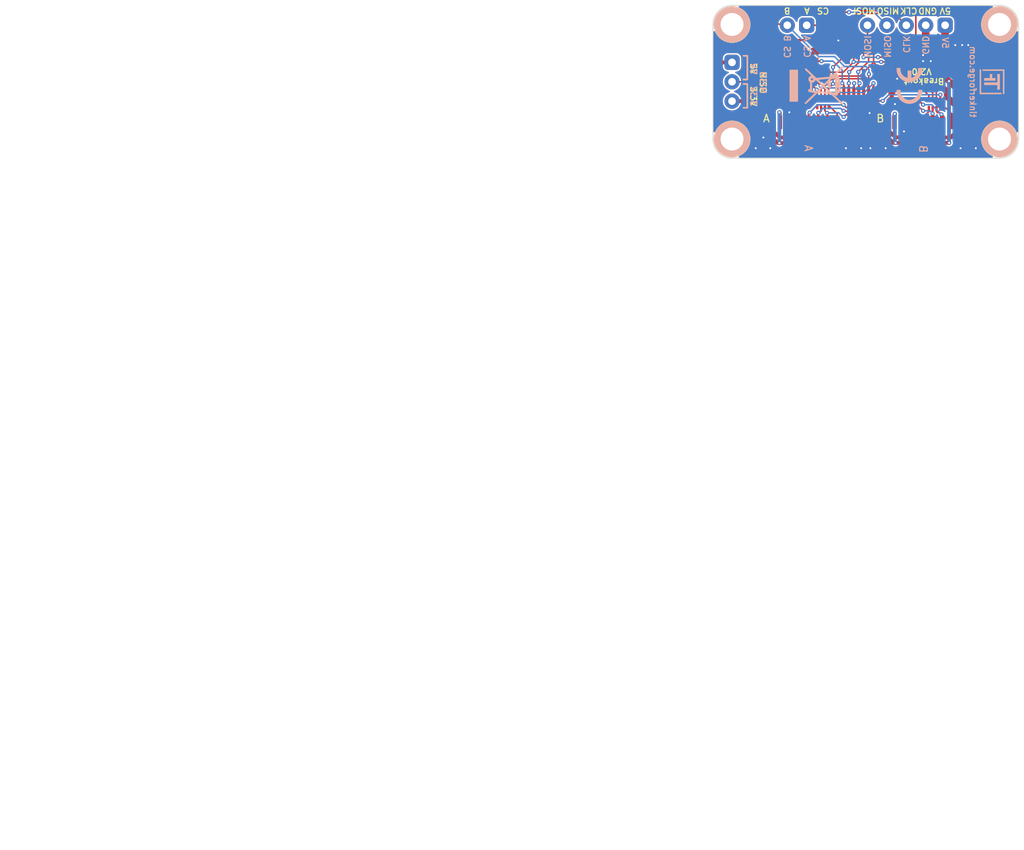
<source format=kicad_pcb>
(kicad_pcb (version 20221018) (generator pcbnew)
  (title_block (title "Breakout Bricklet V2") (date "2020-06-19") (rev "2.0") (company "Tinkerforge GmbH") (comment 1 "Licensed under CERN OHL v.1.1") (comment 2 "Copyright (©) 2020, T.Schneidermann <tim@tinkerforge.com>"))
  (layers (0 "F.Cu" signal) (31 "B.Cu" signal) (34 "B.Paste" user) (35 "F.Paste" user) (36 "B.SilkS" user "B.Silkscreen") (37 "F.SilkS" user "F.Silkscreen") (38 "B.Mask" user) (39 "F.Mask" user) (44 "Edge.Cuts" user))
  (net 0 "")
  (net 1 "+5V")
  (net 2 "GND")
  (net 3 "+3.3VP")
  (net 4 "Net-(CP1-Pad4)")
  (net 5 "Net-(CP1-Pad3)")
  (net 6 "Net-(CP1-Pad2)")
  (net 7 "Net-(CP1-Pad1)")
  (net 8 "Net-(CP2-Pad1)")
  (net 9 "Net-(CP2-Pad2)")
  (net 10 "Net-(CP2-Pad3)")
  (net 11 "Net-(CP2-Pad4)")
  (net 12 "Net-(P1-Pad7)")
  (net 13 "CLK")
  (net 14 "MOSI")
  (net 15 "MISO")
  (net 16 "Net-(P4-Pad2)")
  (net 17 "Net-(P5-Pad7)")
  (net 18 "Net-(Q1-PadS)")
  (net 19 "Net-(RP1-Pad4)")
  (net 20 "Net-(RP1-Pad3)")
  (net 21 "Net-(RP1-Pad2)")
  (net 22 "Net-(RP1-Pad1)")
  (net 23 "Net-(RP2-Pad1)")
  (net 24 "Net-(RP2-Pad2)")
  (net 25 "Net-(RP2-Pad3)")
  (net 26 "Net-(RP2-Pad4)")
  (net 27 "CS_A")
  (net 28 "CS_B")
  (net 29 "Net-(R5-Pad1)")
  (net 30 "Net-(R6-Pad1)")
  (footprint "kicad-libraries:C0805E" (layer "F.Cu") (at 136 89.9 180)
    (fp_text reference "C1")
    (fp_text value "10uF")
  )
  (footprint "kicad-libraries:C0603F" (layer "F.Cu") (at 135.99 91.6 180)
    (fp_text reference "C2")
    (fp_text value "1uF")
  )
  (footprint "kicad-libraries:C0805E" (layer "F.Cu") (at 140.09 98 180)
    (fp_text reference "C3")
    (fp_text value "10uF")
  )
  (footprint "kicad-libraries:C0603F" (layer "F.Cu") (at 139.99 99.6 180)
    (fp_text reference "C4")
    (fp_text value "1uF")
  )
  (footprint "kicad-libraries:4X0402" (layer "F.Cu") (at 125.19 99 -90)
    (fp_text reference "CP1")
    (fp_text value "220pF")
  )
  (footprint "kicad-libraries:4X0402" (layer "F.Cu") (at 132.49 97.9 90)
    (fp_text reference "CP2")
    (fp_text value "220pF")
  )
  (footprint "kicad-libraries:CON-SENSOR2" (layer "F.Cu") (at 119.19 104.8)
    (fp_text reference "P1")
    (fp_text value "Port A")
  )
  (footprint "kicad-libraries:CON-SENSOR2" (layer "F.Cu") (at 134.19 104.8)
    (fp_text reference "P5")
    (fp_text value "Port B")
  )
  (footprint "kicad-libraries:SOT23GDS" (layer "F.Cu") (at 114.74 91.55 -90)
    (fp_text reference "Q1")
    (fp_text value "2N7002")
  )
  (footprint "kicad-libraries:R0603F" (layer "F.Cu") (at 112.3 90.8 90)
    (fp_text reference "R1")
    (fp_text value "10k")
  )
  (footprint "kicad-libraries:R0603F" (layer "F.Cu") (at 117.14 91.55 90)
    (fp_text reference "R2")
    (fp_text value "10k")
  )
  (footprint "kicad-libraries:4X0402" (layer "F.Cu") (at 121.09 97.6 180)
    (fp_text reference "RP1")
    (fp_text value "82")
  )
  (footprint "kicad-libraries:DRILL_NP" (layer "F.Cu") (at 144.19 102.4)
    (fp_text reference "U3" hide)
    (fp_text value "DRILL" hide)
  )
  (footprint "kicad-libraries:DRILL_NP" (layer "F.Cu") (at 144.19 87.4)
    (fp_text reference "U4" hide)
    (fp_text value "DRILL" hide)
  )
  (footprint "kicad-libraries:DRILL_NP" (layer "F.Cu") (at 109.19 102.4)
    (fp_text reference "U5" hide)
    (fp_text value "DRILL" hide)
  )
  (footprint "kicad-libraries:DRILL_NP" (layer "F.Cu") (at 109.19 87.4)
    (fp_text reference "U6" hide)
    (fp_text value "DRILL" hide)
  )
  (footprint "kicad-libraries:4X0402" (layer "F.Cu") (at 135.69 97.8 180)
    (fp_text reference "RP2")
    (fp_text value "82")
  )
  (footprint "kicad-libraries:TSSOP20" (layer "F.Cu") (at 126.09 93.2 180)
    (fp_text reference "U2")
    (fp_text value "74AHC244")
  )
  (footprint "kicad-libraries:C0603F" (layer "F.Cu") (at 130.1 95.3 90)
    (fp_text reference "C5")
    (fp_text value "100nF")
  )
  (footprint "kicad-libraries:pin_array_1x5-P2mm_D1mm" (layer "F.Cu") (at 131.99 87.5 180)
    (fp_text reference "P2")
    (fp_text value "CONN_01X05")
  )
  (footprint "kicad-libraries:pin_array_1x3-P2mm_D1mm" (layer "F.Cu") (at 109.19 94.9 -90)
    (fp_text reference "P4")
    (fp_text value "CONN_01X03")
  )
  (footprint "kicad-libraries:R0603F" (layer "F.Cu") (at 114.1 88.2 90)
    (fp_text reference "R3")
    (fp_text value "10k")
  )
  (footprint "kicad-libraries:R0603F" (layer "F.Cu") (at 119.3 92.2 180)
    (fp_text reference "R5")
    (fp_text value "100")
  )
  (footprint "kicad-libraries:R0603F" (layer "F.Cu") (at 119.3 90.9 180)
    (fp_text reference "R6")
    (fp_text value "100")
  )
  (footprint "kicad-libraries:4X0402" (layer "F.Cu") (at 118.9 94.4 -90)
    (fp_text reference "RP3")
    (fp_text value "100k")
  )
  (footprint "kicad-libraries:SOT-223" (layer "F.Cu") (at 142.4 93.7 -90)
    (fp_text reference "U1")
    (fp_text value "LD1117")
  )
  (footprint "kicad-libraries:R0603F" (layer "F.Cu") (at 121.2 88.3 90)
    (fp_text reference "R4")
    (fp_text value "10k")
  )
  (footprint "kicad-libraries:pin_array_1x2-P2mm_D1mm" (layer "F.Cu") (at 117.69 87.5 180)
    (fp_text reference "P3")
    (fp_text value "CONN_01X02")
  )
  (footprint "kicad-libraries:Logo_31x31" (layer "B.Cu") (at 143.2 94.9 90)
    (fp_text reference "G***" hide)
    (fp_text value "LOGO" hide)
  )
  (footprint "kicad-libraries:CE_5mm" (layer "B.Cu") (at 132.4 95.4 90)
    (fp_text reference "VAL" hide)
    (fp_text value "CE_5mm" hide)
  )
  (footprint "kicad-libraries:WEEE_7mm" (layer "B.Cu") (at 120.29 95.4 90)
    (fp_text reference "VAL" hide)
    (fp_text value "WEEE_7mm" hide)
  )
  (gr_line (start 111.19 94.6) (end 110.69 94.6) (stroke (width 0.2)) (layer "B.SilkS"))
  (gr_line (start 111.19 95.2) (end 111.19 98.3) (stroke (width 0.2)) (layer "B.SilkS"))
  (gr_line (start 111.19 91.5) (end 111.19 94.5) (stroke (width 0.2)) (layer "B.SilkS"))
  (gr_line (start 111.19 95.2) (end 110.69 95.2) (stroke (width 0.2)) (layer "B.SilkS"))
  (gr_line (start 111.19 98.3) (end 110.69 98.3) (stroke (width 0.2)) (layer "B.SilkS"))
  (gr_line (start 111.19 91.5) (end 110.69 91.5) (stroke (width 0.2)) (layer "B.SilkS"))
  (gr_line (start 111.19 91.5) (end 111.19 94.5) (stroke (width 0.2)) (layer "F.SilkS"))
  (gr_line (start 111.19 98.3) (end 110.69 98.3) (stroke (width 0.2)) (layer "F.SilkS"))
  (gr_line (start 111.19 95.2) (end 110.69 95.2) (stroke (width 0.2)) (layer "F.SilkS"))
  (gr_line (start 111.19 91.5) (end 110.69 91.5) (stroke (width 0.2)) (layer "F.SilkS"))
  (gr_line (start 111.19 94.6) (end 110.69 94.6) (stroke (width 0.2)) (layer "F.SilkS"))
  (gr_line (start 111.19 95.3) (end 111.19 98.3) (stroke (width 0.2)) (layer "F.SilkS"))
  (gr_line (start 144.19 104.9) (end 109.19 104.9) (stroke (width 0.1)) (layer "Edge.Cuts"))
  (gr_arc (start 144.19 84.9) (mid 145.957767 85.632233) (end 146.69 87.4) (stroke (width 0.1)) (layer "Edge.Cuts"))
  (gr_arc (start 146.69 102.4) (mid 145.957767 104.167767) (end 144.19 104.9) (stroke (width 0.1)) (layer "Edge.Cuts"))
  (gr_line (start 146.69 87.4) (end 146.69 102.4) (stroke (width 0.1)) (layer "Edge.Cuts"))
  (gr_line (start 106.69 102.4) (end 106.69 87.4) (stroke (width 0.1)) (layer "Edge.Cuts"))
  (gr_arc (start 106.69 87.4) (mid 107.422233 85.632233) (end 109.19 84.9) (stroke (width 0.1)) (layer "Edge.Cuts"))
  (gr_arc (start 109.19 104.9) (mid 107.422233 104.167767) (end 106.69 102.4) (stroke (width 0.1)) (layer "Edge.Cuts"))
  (gr_line (start 109.19 84.9) (end 144.19 84.9) (stroke (width 0.1)) (layer "Edge.Cuts"))
  (gr_text "GND" (at 134.5 90.1 270) (layer "B.SilkS") (effects (font (size 0.8 0.8)) (justify mirror)))
  (gr_text "CLK" (at 132 90 270) (layer "B.SilkS") (effects (font (size 0.8 0.8)) (justify mirror)))
  (gr_text "MOSI" (at 126.9 90.3 270) (layer "B.SilkS") (effects (font (size 0.8 0.8)) (justify mirror)))
  (gr_text "MISO" (at 129.5 90.3 270) (layer "B.SilkS") (effects (font (size 0.8 0.8)) (justify mirror)))
  (gr_text "CS A" (at 118.99 90.3 270) (layer "B.SilkS") (effects (font (size 0.8 0.8)) (justify mirror)))
  (gr_text "CS B" (at 116.39 90.3 270) (layer "B.SilkS") (effects (font (size 0.8 0.8)) (justify mirror)))
  (gr_text "A" (at 119.19 103.6 270) (layer "B.SilkS") (effects (font (size 1 1))))
  (gr_text "B" (at 134.19 103.7 270) (layer "B.SilkS") (effects (font (size 1 1)) (justify mirror)))
  (gr_text "5V" (at 112 93.2 270) (layer "B.SilkS") (effects (font (size 0.8 0.8)) (justify mirror)))
  (gr_text "MISO" (at 113.24 95 270) (layer "B.SilkS") (effects (font (size 0.8 0.8)) (justify mirror)))
  (gr_text "3.3V" (at 112 96.8 270) (layer "B.SilkS") (effects (font (size 0.8 0.8)) (justify mirror)))
  (gr_text "tinkerforge.com" (at 140.7 94.9 270) (layer "B.SilkS") (effects (font (size 0.8 0.8)) (justify mirror)))
  (gr_text "5V" (at 137.09 89.8 270) (layer "B.SilkS") (effects (font (size 0.8 0.8)) (justify mirror)))
  (gr_text "B" (at 128.59 99.7) (layer "F.SilkS") (effects (font (size 1 1))))
  (gr_text "5V" (at 111.99 93.2 270) (layer "F.SilkS") (effects (font (size 0.8 0.8))))
  (gr_text "5V" (at 137.09 85.6 180) (layer "F.SilkS") (effects (font (size 0.8 0.8))))
  (gr_text "MOSI" (at 126.5 85.6 180) (layer "F.SilkS") (effects (font (size 0.8 0.8))))
  (gr_text "GND" (at 134.8 85.6 180) (layer "F.SilkS") (effects (font (size 0.8 0.8))))
  (gr_text "3.3V" (at 111.99 96.8 270) (layer "F.SilkS") (effects (font (size 0.8 0.8))))
  (gr_text "CS" (at 121.1 85.6 180) (layer "F.SilkS") (effects (font (size 0.8 0.8))))
  (gr_text "A" (at 119 85.6 180) (layer "F.SilkS") (effects (font (size 0.8 0.8))))
  (gr_text "CLK" (at 132.3 85.6 180) (layer "F.SilkS") (effects (font (size 0.8 0.8))))
  (gr_text "A" (at 113.69 99.7) (layer "F.SilkS") (effects (font (size 1 1))))
  (gr_text "MISO" (at 129.6 85.6 180) (layer "F.SilkS") (effects (font (size 0.8 0.8))))
  (gr_text "B" (at 116.4 85.6 180) (layer "F.SilkS") (effects (font (size 0.8 0.8))))
  (gr_text "Breakout \nV2.0" (at 134 94.2 180) (layer "F.SilkS") (effects (font (size 0.8 0.8))))
  (gr_text "MISO" (at 113.24 95 270) (layer "F.SilkS") (effects (font (size 0.8 0.8))))
  (segment (start 137.581304 94.818696) (end 138.763848 96.00124) (width 0.8) (layer "F.Cu") (net 1))
  (segment (start 123.076169 102.923831) (end 123.999001 102.000999) (width 0.5) (layer "F.Cu") (net 1))
  (segment (start 130.3 102.9) (end 130.59 102.9) (width 0.5) (layer "F.Cu") (net 1))
  (segment (start 123.999001 102.000999) (end 129.400999 102.000999) (width 0.5) (layer "F.Cu") (net 1))
  (segment (start 115.388651 102.923831) (end 123.076169 102.923831) (width 0.5) (layer "F.Cu") (net 1))
  (segment (start 109.19 92.36) (end 107.94 92.36) (width 0.5) (layer "F.Cu") (net 1))
  (segment (start 115.44 98.95) (end 115.39 98.9) (width 0.5) (layer "F.Cu") (net 1))
  (segment (start 107.5 98.205) (end 108.755013 99.460013) (width 0.5) (layer "F.Cu") (net 1))
  (segment (start 136.74 91.6) (end 136.74 93.977392) (width 0.8) (layer "F.Cu") (net 1))
  (segment (start 138.763848 96.00124) (end 139.3012 96.00124) (width 0.8) (layer "F.Cu") (net 1))
  (segment (start 130.44 100.2) (end 130.44 99.15) (width 0.5) (layer "F.Cu") (net 1))
  (segment (start 108.755013 99.460013) (end 111.700046 99.460013) (width 0.5) (layer "F.Cu") (net 1))
  (segment (start 137.6 102.9) (end 130.59 102.9) (width 0.5) (layer "F.Cu") (net 1))
  (segment (start 115.163864 102.923831) (end 115.388651 102.923831) (width 0.5) (layer "F.Cu") (net 1))
  (segment (start 136.74 93.977392) (end 137.581304 94.818696) (width 0.8) (layer "F.Cu") (net 1))
  (segment (start 111.700046 99.460013) (end 115.163864 102.923831) (width 0.5) (layer "F.Cu") (net 1))
  (segment (start 107.5 92.8) (end 107.5 98.205) (width 0.5) (layer "F.Cu") (net 1))
  (segment (start 130.44 99.15) (end 130.49 99.1) (width 0.5) (layer "F.Cu") (net 1))
  (segment (start 136.95 91.39) (end 136.74 91.6) (width 1) (layer "F.Cu") (net 1))
  (segment (start 137.07 87.5) (end 137.07 89.78) (width 1) (layer "F.Cu") (net 1))
  (segment (start 115.44 100.2) (end 115.44 98.95) (width 0.5) (layer "F.Cu") (net 1))
  (segment (start 136.95 89.9) (end 136.95 91.39) (width 1) (layer "F.Cu") (net 1))
  (segment (start 129.400999 102.000999) (end 130.3 102.9) (width 0.5) (layer "F.Cu") (net 1))
  (segment (start 107.94 92.36) (end 107.5 92.8) (width 0.5) (layer "F.Cu") (net 1))
  (segment (start 137.07 89.78) (end 136.95 89.9) (width 1) (layer "F.Cu") (net 1))
  (via (at 115.39 98.9) (size 0.55) (drill 0.25) (layers "F.Cu" "B.Cu") (net 1))
  (via (at 130.59 102.9) (size 0.55) (drill 0.25) (layers "F.Cu" "B.Cu") (net 1))
  (via (at 115.388651 102.923831) (size 0.55) (drill 0.25) (layers "F.Cu" "B.Cu") (net 1))
  (via (at 137.581304 94.818696) (size 0.55) (drill 0.25) (layers "F.Cu" "B.Cu") (net 1))
  (via (at 130.49 99.1) (size 0.55) (drill 0.25) (layers "F.Cu" "B.Cu") (net 1))
  (via (at 137.6 102.9) (size 0.55) (drill 0.25) (layers "F.Cu" "B.Cu") (net 1))
  (segment (start 115.39 98.9) (end 115.39 102.922482) (width 0.5) (layer "B.Cu") (net 1))
  (segment (start 115.39 102.922482) (end 115.388651 102.923831) (width 0.5) (layer "B.Cu") (net 1))
  (segment (start 137.581304 102.881304) (end 137.6 102.9) (width 0.5) (layer "B.Cu") (net 1))
  (segment (start 130.49 102.8) (end 130.59 102.9) (width 0.5) (layer "B.Cu") (net 1))
  (segment (start 130.49 99.1) (end 130.49 102.8) (width 0.5) (layer "B.Cu") (net 1))
  (segment (start 137.581304 94.818696) (end 137.581304 102.881304) (width 0.5) (layer "B.Cu") (net 1))
  (segment (start 130.49 97.9) (end 130.49 97.9) (width 0.2) (layer "F.Cu") (net 2))
  (segment (start 131.33436 98.6493) (end 130.51005 97.82499) (width 0.2) (layer "F.Cu") (net 2))
  (segment (start 126.94108 99.24892) (end 127.19 99) (width 0.2) (layer "F.Cu") (net 2))
  (segment (start 127.19 99) (end 127.19 99.1) (width 0.2) (layer "F.Cu") (net 2))
  (segment (start 139.34 98) (end 139.34 99.5) (width 0.5) (layer "F.Cu") (net 2))
  (segment (start 125.765 99.24892) (end 126.94108 99.24892) (width 0.2) (layer "F.Cu") (net 2))
  (segment (start 126.94108 98.75108) (end 127.19 99) (width 0.2) (layer "F.Cu") (net 2))
  (segment (start 137.3 96.838632) (end 137.3 96.2) (width 0.8) (layer "F.Cu") (net 2))
  (segment (start 128.29 103.6) (end 127.29 103.6) (width 0.5) (layer "F.Cu") (net 2))
  (segment (start 131.915 98.14892) (end 130.83398 98.14892) (width 0.2) (layer "F.Cu") (net 2))
  (segment (start 113.29 103.6) (end 114.19 103.6) (width 0.5) (layer "F.Cu") (net 2))
  (segment (start 130.785049 97.549991) (end 130.51005 97.82499) (width 0.2) (layer "F.Cu") (net 2))
  (segment (start 123.16646 90.35012) (end 123.16646 89.56646) (width 0.3) (layer "F.Cu") (net 2))
  (segment (start 125.09 103.6) (end 126.09 103.6) (width 0.5) (layer "F.Cu") (net 2))
  (segment (start 125.765 98.75108) (end 126.94108 98.75108) (width 0.2) (layer "F.Cu") (net 2))
  (segment (start 130.1 94.55) (end 130.75 94.55) (width 0.5) (layer "F.Cu") (net 2))
  (segment (start 135.19 94.09) (end 135.19 92.2) (width 0.8) (layer "F.Cu") (net 2))
  (segment (start 134.53 89.38) (end 135.05 89.9) (width 1) (layer "F.Cu") (net 2))
  (segment (start 131.69 100.2) (end 131.69 101.4) (width 0.5) (layer "F.Cu") (net 2))
  (segment (start 137.3 96.2) (end 135.19 94.09) (width 0.8) (layer "F.Cu") (net 2))
  (segment (start 131.18434 97.1507) (end 130.785049 97.549991) (width 0.2) (layer "F.Cu") (net 2))
  (segment (start 126.4407 98.2507) (end 127.19 99) (width 0.2) (layer "F.Cu") (net 2))
  (segment (start 131.915 98.6493) (end 131.33436 98.6493) (width 0.2) (layer "F.Cu") (net 2))
  (segment (start 139.34 99.5) (end 139.44 99.6) (width 0.5) (layer "F.Cu") (net 2))
  (segment (start 116.69 100.2) (end 116.69 98.9) (width 0.5) (layer "F.Cu") (net 2))
  (segment (start 140.09 103.6) (end 141.09 103.6) (width 0.5) (layer "F.Cu") (net 2))
  (segment (start 139.14 98) (end 138.461368 98) (width 0.8) (layer "F.Cu") (net 2))
  (segment (start 113.29 103.6) (end 113.29 102.2) (width 0.5) (layer "F.Cu") (net 2))
  (segment (start 123.16646 89.56646) (end 123.1 89.5) (width 0.3) (layer "F.Cu") (net 2))
  (segment (start 138.461368 98) (end 137.3 96.838632) (width 0.8) (layer "F.Cu") (net 2))
  (segment (start 113.29 103.6) (end 112.29 103.6) (width 0.5) (layer "F.Cu") (net 2))
  (segment (start 140.09 103.6) (end 139.09 103.6) (width 0.5) (layer "F.Cu") (net 2))
  (segment (start 130.83398 98.14892) (end 130.51005 97.82499) (width 0.2) (layer "F.Cu") (net 2))
  (segment (start 139.1912 97.8512) (end 139.34 98) (width 0.5) (layer "F.Cu") (net 2))
  (segment (start 125.765 98.2507) (end 126.4407 98.2507) (width 0.2) (layer "F.Cu") (net 2))
  (segment (start 128.29 103.6) (end 129.29 103.6) (width 0.5) (layer "F.Cu") (net 2))
  (segment (start 126.5407 99.7493) (end 125.765 99.7493) (width 0.2) (layer "F.Cu") (net 2))
  (segment (start 135.05 89.9) (end 135.05 91.41) (width 1) (layer "F.Cu") (net 2))
  (segment (start 127.19 99.1) (end 126.5407 99.7493) (width 0.2) (layer "F.Cu") (net 2))
  (segment (start 131.915 97.65108) (end 130.68396 97.65108) (width 0.2) (layer "F.Cu") (net 2))
  (segment (start 135.05 91.41) (end 135.24 91.6) (width 1) (layer "F.Cu") (net 2))
  (segment (start 134.53 87.5) (end 134.53 89.38) (width 1) (layer "F.Cu") (net 2))
  (segment (start 130.75 94.55) (end 130.8 94.5) (width 0.5) (layer "F.Cu") (net 2))
  (segment (start 125.09 103.6) (end 124.09 103.6) (width 0.5) (layer "F.Cu") (net 2))
  (segment (start 130.68396 97.65108) (end 130.51005 97.82499) (width 0.2) (layer "F.Cu") (net 2))
  (segment (start 131.915 97.1507) (end 131.18434 97.1507) (width 0.2) (layer "F.Cu") (net 2))
  (via (at 127.29 103.6) (size 0.55) (drill 0.25) (layers "F.Cu" "B.Cu") (net 2))
  (via (at 130.8 94.5) (size 0.55) (drill 0.25) (layers "F.Cu" "B.Cu") (net 2))
  (via (at 134.19 91.4) (size 0.55) (drill 0.25) (layers "F.Cu" "B.Cu") (net 2))
  (via (at 139.3 90.1) (size 0.55) (drill 0.25) (layers "F.Cu" "B.Cu") (net 2))
  (via (at 130.51005 97.82499) (size 0.55) (drill 0.25) (layers "F.Cu" "B.Cu") (net 2))
  (via (at 129.29 103.6) (size 0.55) (drill 0.25) (layers "F.Cu" "B.Cu") (net 2))
  (via (at 127.19 99) (size 0.55) (drill 0.25) (layers "F.Cu" "B.Cu") (net 2))
  (via (at 123.1 89.5) (size 0.55) (drill 0.25) (layers "F.Cu" "B.Cu") (net 2))
  (via (at 138.4 90.1) (size 0.55) (drill 0.25) (layers "F.Cu" "B.Cu") (net 2))
  (via (at 134.19 92.2) (size 0.55) (drill 0.25) (layers "F.Cu" "B.Cu") (net 2))
  (via (at 114.19 103.6) (size 0.55) (drill 0.25) (layers "F.Cu" "B.Cu") (net 2))
  (via (at 131.69 101.4) (size 0.55) (drill 0.25) (layers "F.Cu" "B.Cu") (net 2))
  (via (at 113.29 102.2) (size 0.55) (drill 0.25) (layers "F.Cu" "B.Cu") (net 2))
  (via (at 116.69 98.9) (size 0.55) (drill 0.25) (layers "F.Cu" "B.Cu") (net 2))
  (via (at 112.29 103.6) (size 0.55) (drill 0.25) (layers "F.Cu" "B.Cu") (net 2))
  (via (at 139.09 103.6) (size 0.55) (drill 0.25) (layers "F.Cu" "B.Cu") (net 2))
  (via (at 124.09 103.6) (size 0.55) (drill 0.25) (layers "F.Cu" "B.Cu") (net 2))
  (via (at 141.09 103.6) (size 0.55) (drill 0.25) (layers "F.Cu" "B.Cu") (net 2))
  (via (at 140.1 90.1) (size 0.55) (drill 0.25) (layers "F.Cu" "B.Cu") (net 2))
  (via (at 126.09 103.6) (size 0.55) (drill 0.25) (layers "F.Cu" "B.Cu") (net 2))
  (via (at 135.19 92.2) (size 0.55) (drill 0.25) (layers "F.Cu" "B.Cu") (net 2))
  (segment (start 118.325 95.1493) (end 118.325 93.6507) (width 0.3) (layer "F.Cu") (net 3))
  (segment (start 117.14 95.94) (end 117.14 92.3) (width 0.3) (layer "F.Cu") (net 3))
  (segment (start 122.790033 102.2) (end 119.09 102.2) (width 0.5) (layer "F.Cu") (net 3))
  (segment (start 141.04 98) (end 141.04 99.3) (width 0.5) (layer "F.Cu") (net 3))
  (segment (start 110.669998 97.44) (end 109.19 97.44) (width 0.5) (layer "F.Cu") (net 3))
  (segment (start 114.7 89.45) (end 120.7 89.45) (width 0.3) (layer "F.Cu") (net 3))
  (segment (start 130.564966 102.174999) (end 129.639955 101.249988) (width 0.5) (layer "F.Cu") (net 3))
  (segment (start 115.895 92.3) (end 115.756 92.439) (width 0.2) (layer "F.Cu") (net 3))
  (segment (start 119.09 102.2) (end 118.79 102.2) (width 0.5) (layer "F.Cu") (net 3))
  (segment (start 114.7 91.6) (end 114.7 89.45) (width 0.3) (layer "F.Cu") (net 3))
  (segment (start 133.54 102.2) (end 132.94 101.6) (width 0.5) (layer "F.Cu") (net 3))
  (segment (start 140.74 100.260036) (end 140.100047 100.899989) (width 0.5) (layer "F.Cu") (net 3))
  (segment (start 139.090044 100.899989) (end 137.790033 102.2) (width 0.5) (layer "F.Cu") (net 3))
  (segment (start 130.1 96.05) (end 129.01366 96.05) (width 0.5) (layer "F.Cu") (net 3))
  (segment (start 119.09 102.2) (end 115.429998 102.2) (width 0.5) (layer "F.Cu") (net 3))
  (segment (start 115.539 92.439) (end 114.7 91.6) (width 0.3) (layer "F.Cu") (net 3))
  (segment (start 120.7 89.45) (end 121.2 88.95) (width 0.3) (layer "F.Cu") (net 3))
  (segment (start 130.1 96.9) (end 129.639955 97.360045) (width 0.5) (layer "F.Cu") (net 3))
  (segment (start 117.94 95.5343) (end 118.325 95.1493) (width 0.3) (layer "F.Cu") (net 3))
  (segment (start 140.100047 100.899989) (end 139.090044 100.899989) (width 0.5) (layer "F.Cu") (net 3))
  (segment (start 137.790033 102.2) (end 133.54 102.2) (width 0.5) (layer "F.Cu") (net 3))
  (segment (start 114.7 89.45) (end 114.1 88.85) (width 0.3) (layer "F.Cu") (net 3))
  (segment (start 144.9988 94.2) (end 142.2 94.2) (width 0.8) (layer "F.Cu") (net 3))
  (segment (start 142.2 94.2) (end 141.3 95.1) (width 0.8) (layer "F.Cu") (net 3))
  (segment (start 115.429998 102.2) (end 110.669998 97.44) (width 0.5) (layer "F.Cu") (net 3))
  (segment (start 115.756 92.439) (end 115.539 92.439) (width 0.3) (layer "F.Cu") (net 3))
  (segment (start 130.1 96.05) (end 130.1 96.9) (width 0.5) (layer "F.Cu") (net 3))
  (segment (start 133.54 102.2) (end 133.514999 102.174999) (width 0.5) (layer "F.Cu") (net 3))
  (segment (start 117.94 96.74) (end 117.14 95.94) (width 0.3) (layer "F.Cu") (net 3))
  (segment (start 141.2 95.1) (end 141.2 97.84) (width 0.8) (layer "F.Cu") (net 3))
  (segment (start 117.94 96.74) (end 117.94 95.5343) (width 0.3) (layer "F.Cu") (net 3))
  (segment (start 117.94 100.2) (end 117.94 96.74) (width 0.3) (layer "F.Cu") (net 3))
  (segment (start 139.3012 93.7) (end 139.8 93.7) (width 0.8) (layer "F.Cu") (net 3))
  (segment (start 129.639955 97.360045) (end 129.639955 101.249988) (width 0.5) (layer "F.Cu") (net 3))
  (segment (start 129.639955 101.249988) (end 123.740045 101.249988) (width 0.5) (layer "F.Cu") (net 3))
  (segment (start 129.01366 96.05) (end 129.01354 96.04988) (width 0.5) (layer "F.Cu") (net 3))
  (segment (start 123.740045 101.249988) (end 122.790033 102.2) (width 0.5) (layer "F.Cu") (net 3))
  (segment (start 141.04 99.3) (end 140.74 99.6) (width 0.5) (layer "F.Cu") (net 3))
  (segment (start 141.2 97.84) (end 141.04 98) (width 0.8) (layer "F.Cu") (net 3))
  (segment (start 145.4988 93.7) (end 144.9988 94.2) (width 0.8) (layer "F.Cu") (net 3))
  (segment (start 133.514999 102.174999) (end 130.564966 102.174999) (width 0.5) (layer "F.Cu") (net 3))
  (segment (start 117.14 92.3) (end 115.895 92.3) (width 0.2) (layer "F.Cu") (net 3))
  (segment (start 140.74 99.6) (end 140.74 100.260036) (width 0.5) (layer "F.Cu") (net 3))
  (segment (start 117.94 101.35) (end 117.94 100.2) (width 0.5) (layer "F.Cu") (net 3))
  (segment (start 141.3 95.1) (end 141.2 95.1) (width 0.8) (layer "F.Cu") (net 3))
  (segment (start 118.79 102.2) (end 117.94 101.35) (width 0.5) (layer "F.Cu") (net 3))
  (segment (start 132.94 101.6) (end 132.94 100.2) (width 0.5) (layer "F.Cu") (net 3))
  (segment (start 139.8 93.7) (end 141.2 95.1) (width 0.8) (layer "F.Cu") (net 3))
  (segment (start 121.69 99.1) (end 121.69 100.2) (width 0.2) (layer "F.Cu") (net 5))
  (segment (start 121.69 99.040562) (end 121.69 99.1) (width 0.2) (layer "F.Cu") (net 5))
  (segment (start 124.615 99.24892) (end 124.041106 99.24892) (width 0.2) (layer "F.Cu") (net 5))
  (segment (start 124.041106 99.24892) (end 123.79 99.500026) (width 0.2) (layer "F.Cu") (net 5))
  (segment (start 121.33892 98.689482) (end 121.69 99.040562) (width 0.2) (layer "F.Cu") (net 5))
  (segment (start 121.33892 98.175) (end 121.33892 98.689482) (width 0.2) (layer "F.Cu") (net 5))
  (via (at 123.79 99.500026) (size 0.55) (drill 0.25) (layers "F.Cu" "B.Cu") (net 5))
  (via (at 121.619723 98.970285) (size 0.55) (drill 0.25) (layers "F.Cu" "B.Cu") (net 5))
  (segment (start 123.160285 98.970285) (end 121.619723 98.970285) (width 0.2) (layer "B.Cu") (net 5))
  (segment (start 123.690026 99.500026) (end 123.160285 98.970285) (width 0.2) (layer "B.Cu") (net 5))
  (segment (start 123.79 99.500026) (end 123.690026 99.500026) (width 0.2) (layer "B.Cu") (net 5))
  (segment (start 124.615 98.75108) (end 123.84108 98.75108) (width 0.2) (layer "F.Cu") (net 6))
  (segment (start 120.84108 98.175) (end 120.84108 98.74892) (width 0.2) (layer "F.Cu") (net 6))
  (segment (start 120.44 99.15) (end 120.44 100.2) (width 0.2) (layer "F.Cu") (net 6))
  (segment (start 120.84108 98.74892) (end 120.44 99.15) (width 0.2) (layer "F.Cu") (net 6))
  (segment (start 123.84108 98.75108) (end 123.79 98.7) (width 0.2) (layer "F.Cu") (net 6))
  (via (at 123.79 98.7) (size 0.55) (drill 0.25) (layers "F.Cu" "B.Cu") (net 6))
  (via (at 120.49 98.975012) (size 0.55) (drill 0.25) (layers "F.Cu" "B.Cu") (net 6))
  (segment (start 123.407646 98.381836) (end 123.72581 98.7) (width 0.2) (layer "B.Cu") (net 6))
  (segment (start 121.083176 98.381836) (end 123.407646 98.381836) (width 0.2) (layer "B.Cu") (net 6))
  (segment (start 120.49 98.975012) (end 121.083176 98.381836) (width 0.2) (layer "B.Cu") (net 6))
  (segment (start 123.72581 98.7) (end 123.79 98.7) (width 0.2) (layer "B.Cu") (net 6))
  (segment (start 119.19 99.1) (end 120.115 98.175) (width 0.2) (layer "F.Cu") (net 7))
  (segment (start 120.115 98.175) (end 120.3407 98.175) (width 0.2) (layer "F.Cu") (net 7))
  (segment (start 124.09 98.2507) (end 123.783971 97.944671) (width 0.2) (layer "F.Cu") (net 7))
  (segment (start 124.615 98.2507) (end 124.09 98.2507) (width 0.2) (layer "F.Cu") (net 7))
  (segment (start 119.19 100.2) (end 119.19 99.1) (width 0.2) (layer "F.Cu") (net 7))
  (segment (start 123.783971 97.944671) (end 123.783971 97.92401) (width 0.2) (layer "F.Cu") (net 7))
  (via (at 119.34 98.95) (size 0.55) (drill 0.25) (layers "F.Cu" "B.Cu") (net 7))
  (via (at 123.783971 97.92401) (size 0.55) (drill 0.25) (layers "F.Cu" "B.Cu") (net 7))
  (segment (start 119.34 98.95) (end 120.36599 97.92401) (width 0.2) (layer "B.Cu") (net 7))
  (segment (start 120.36599 97.92401) (end 123.783971 97.92401) (width 0.2) (layer "B.Cu") (net 7))
  (segment (start 134.19 99.4) (end 134.341004 99.4) (width 0.2) (layer "F.Cu") (net 8))
  (segment (start 134.19 100.2) (end 134.19 99.4) (width 0.2) (layer "F.Cu") (net 8))
  (segment (start 133.065 98.6493) (end 133.24014 98.6493) (width 0.2) (layer "F.Cu") (net 8))
  (segment (start 133.99084 99.4) (end 134.19 99.4) (width 0.2) (layer "F.Cu") (net 8))
  (segment (start 134.9407 98.800304) (end 134.9407 98.375) (width 0.2) (layer "F.Cu") (net 8))
  (segment (start 133.24014 98.6493) (end 133.99084 99.4) (width 0.2) (layer "F.Cu") (net 8))
  (segment (start 134.341004 99.4) (end 134.9407 98.800304) (width 0.2) (layer "F.Cu") (net 8))
  (segment (start 133.065 98.14892) (end 133.614998 98.14892) (width 0.2) (layer "F.Cu") (net 9))
  (segment (start 133.614998 98.14892) (end 133.891079 98.425001) (width 0.2) (layer "F.Cu") (net 9))
  (segment (start 135.44108 100.19892) (end 135.44 100.2) (width 0.2) (layer "F.Cu") (net 9))
  (segment (start 135.44108 98.375) (end 135.44108 100.19892) (width 0.2) (layer "F.Cu") (net 9))
  (segment (start 133.915001 98.425001) (end 134.19 98.7) (width 0.2) (layer "F.Cu") (net 9))
  (segment (start 133.891079 98.425001) (end 133.915001 98.425001) (width 0.2) (layer "F.Cu") (net 9))
  (via (at 135.425444 99.052025) (size 0.55) (drill 0.25) (layers "F.Cu" "B.Cu") (net 9))
  (via (at 134.19 98.7) (size 0.55) (drill 0.25) (layers "F.Cu" "B.Cu") (net 9))
  (segment (start 135.425444 99.052025) (end 135.425444 99.025444) (width 0.2) (layer "B.Cu") (net 9))
  (segment (start 135.1 98.7) (end 134.19 98.7) (width 0.2) (layer "B.Cu") (net 9))
  (segment (start 135.425444 99.025444) (end 135.1 98.7) (width 0.2) (layer "B.Cu") (net 9))
  (segment (start 136.090239 98.949001) (end 136.367165 98.949001) (width 0.2) (layer "F.Cu") (net 10))
  (segment (start 133.065 97.65108) (end 133.94108 97.65108) (width 0.2) (layer "F.Cu") (net 10))
  (segment (start 136.367165 98.949001) (end 136.69 99.271836) (width 0.2) (layer "F.Cu") (net 10))
  (segment (start 136.69 99.271836) (end 136.69 100.2) (width 0.2) (layer "F.Cu") (net 10))
  (segment (start 133.94108 97.65108) (end 134.19 97.9) (width 0.2) (layer "F.Cu") (net 10))
  (segment (start 136.040439 98.899201) (end 136.090239 98.949001) (width 0.2) (layer "F.Cu") (net 10))
  (segment (start 135.93892 98.789481) (end 136.040439 98.891) (width 0.2) (layer "F.Cu") (net 10))
  (segment (start 136.040439 98.891) (end 136.040439 98.899201) (width 0.2) (layer "F.Cu") (net 10))
  (segment (start 135.93892 98.375) (end 135.93892 98.789481) (width 0.2) (layer "F.Cu") (net 10))
  (via (at 136.593149 99.174985) (size 0.55) (drill 0.25) (layers "F.Cu" "B.Cu") (net 10))
  (via (at 134.19 97.9) (size 0.55) (drill 0.25) (layers "F.Cu" "B.Cu") (net 10))
  (segment (start 134.19 97.9) (end 134.578908 97.9) (width 0.2) (layer "B.Cu") (net 10))
  (segment (start 134.578908 97.9) (end 135.318164 97.9) (width 0.2) (layer "B.Cu") (net 10))
  (segment (start 135.318164 97.9) (end 136.593149 99.174985) (width 0.2) (layer "B.Cu") (net 10))
  (segment (start 122.94 99.1) (end 122.94 100.2) (width 0.2) (layer "F.Cu") (net 12))
  (segment (start 122.015 98.175) (end 122.94 99.1) (width 0.2) (layer "F.Cu") (net 12))
  (segment (start 121.8393 98.175) (end 122.015 98.175) (width 0.2) (layer "F.Cu") (net 12))
  (segment (start 126.250989 85.949011) (end 130.439011 85.949011) (width 0.2) (layer "F.Cu") (net 13))
  (segment (start 130.439011 85.949011) (end 131.99 87.5) (width 0.2) (layer "F.Cu") (net 13))
  (segment (start 125.76742 88.86742) (end 125.4 88.5) (width 0.2) (layer "F.Cu") (net 13))
  (segment (start 125.76742 90.35012) (end 125.76742 88.86742) (width 0.2) (layer "F.Cu") (net 13))
  (segment (start 124.46694 96.04988) (end 124.46694 95.088993) (width 0.2) (layer "F.Cu") (net 13))
  (segment (start 124.46694 95.088993) (end 124.466938 95.088991) (width 0.2) (layer "F.Cu") (net 13))
  (segment (start 125.76742 90.35012) (end 125.76742 92.373644) (width 0.2) (layer "F.Cu") (net 13))
  (segment (start 125.4 86.8) (end 126.250989 85.949011) (width 0.2) (layer "F.Cu") (net 13))
  (segment (start 125.76742 92.373644) (end 124.520532 93.620532) (width 0.2) (layer "F.Cu") (net 13))
  (segment (start 125.4 88.5) (end 125.4 86.8) (width 0.2) (layer "F.Cu") (net 13))
  (via (at 124.520532 93.620532) (size 0.55) (drill 0.25) (layers "F.Cu" "B.Cu") (net 13))
  (via (at 124.466938 95.088991) (size 0.55) (drill 0.25) (layers "F.Cu" "B.Cu") (net 13))
  (segment (start 124.466938 93.674126) (end 124.520532 93.620532) (width 0.2) (layer "B.Cu") (net 13))
  (segment (start 124.466938 95.088991) (end 124.466938 93.674126) (width 0.2) (layer "B.Cu") (net 13))
  (segment (start 127.06282 89.1) (end 126.91 88.94718) (width 0.2) (layer "F.Cu") (net 14))
  (segment (start 125.76742 96.04988) (end 125.76742 95.19732) (width 0.2) (layer "F.Cu") (net 14))
  (segment (start 127.06282 92.23718) (end 127.06282 90.35012) (width 0.2) (layer "F.Cu") (net 14))
  (segment (start 125.76742 95.19732) (end 125.864858 95.099882) (width 0.2) (layer "F.Cu") (net 14))
  (segment (start 125.7 93.6) (end 127.06282 92.23718) (width 0.2) (layer "F.Cu") (net 14))
  (segment (start 127.06282 90.35012) (end 127.06282 89.1) (width 0.2) (layer "F.Cu") (net 14))
  (segment (start 126.91 88.94718) (end 126.91 87.5) (width 0.2) (layer "F.Cu") (net 14))
  (via (at 125.7 93.6) (size 0.55) (drill 0.25) (layers "F.Cu" "B.Cu") (net 14))
  (via (at 125.864858 95.099882) (size 0.55) (drill 0.25) (layers "F.Cu" "B.Cu") (net 14))
  (segment (start 125.7 93.6) (end 125.7 94.935024) (width 0.2) (layer "B.Cu") (net 14))
  (segment (start 126.91 87.5) (end 126.9 87.5) (width 0.2) (layer "B.Cu") (net 14))
  (segment (start 125.7 94.935024) (end 125.864858 95.099882) (width 0.2) (layer "B.Cu") (net 14))
  (segment (start 112.3 87.2) (end 113.7 85.8) (width 0.2) (layer "F.Cu") (net 15))
  (segment (start 112.85 90.05) (end 112.3 90.05) (width 0.2) (layer "F.Cu") (net 15))
  (segment (start 113.724 90.924) (end 112.85 90.05) (width 0.2) (layer "F.Cu") (net 15))
  (segment (start 113.724 91.55) (end 113.724 90.924) (width 0.2) (layer "F.Cu") (net 15))
  (segment (start 113.54 91.734) (end 113.724 91.55) (width 0.2) (layer "F.Cu") (net 15))
  (segment (start 112.3 90.05) (end 112.3 87.2) (width 0.2) (layer "F.Cu") (net 15))
  (segment (start 113.7 85.8) (end 124.5 85.8) (width 0.2) (layer "F.Cu") (net 15))
  (segment (start 113.724 91.55) (end 113.44 91.266) (width 0.2) (layer "F.Cu") (net 15))
  (via (at 124.5 85.8) (size 0.55) (drill 0.25) (layers "F.Cu" "B.Cu") (net 15))
  (segment (start 127.75 85.8) (end 129.45 87.5) (width 0.2) (layer "B.Cu") (net 15))
  (segment (start 124.5 85.8) (end 127.75 85.8) (width 0.2) (layer "B.Cu") (net 15))
  (segment (start 112.3 91.55) (end 112.3 93.6) (width 0.2) (layer "F.Cu") (net 16))
  (segment (start 111 94.9) (end 109.19 94.9) (width 0.2) (layer "F.Cu") (net 16))
  (segment (start 112.3 93.6) (end 111 94.9) (width 0.2) (layer "F.Cu") (net 16))
  (segment (start 137.94 99.1) (end 137.94 100.2) (width 0.2) (layer "F.Cu") (net 17))
  (segment (start 136.4393 98.375) (end 137.215 98.375) (width 0.2) (layer "F.Cu") (net 17))
  (segment (start 137.215 98.375) (end 137.94 99.1) (width 0.2) (layer "F.Cu") (net 17))
  (segment (start 117.19 90.75) (end 117.14 90.8) (width 0.2) (layer "F.Cu") (net 18))
  (segment (start 118.55 92.2) (end 118.55 90.9) (width 0.2) (layer "F.Cu") (net 18))
  (segment (start 118.55 90.9) (end 117.24 90.9) (width 0.2) (layer "F.Cu") (net 18))
  (segment (start 117.24 90.9) (end 117.14 90.8) (width 0.2) (layer "F.Cu") (net 18))
  (segment (start 115.756 90.661) (end 117.001 90.661) (width 0.2) (layer "F.Cu") (net 18))
  (segment (start 117.001 90.661) (end 117.14 90.8) (width 0.2) (layer "F.Cu") (net 18))
  (segment (start 120.26285 95.93715) (end 119.475 95.1493) (width 0.2) (layer "F.Cu") (net 19))
  (segment (start 127.7 95.1) (end 127.7 96.03682) (width 0.2) (layer "F.Cu") (net 19))
  (segment (start 120.3407 97.025) (end 120.3407 96.015) (width 0.2) (layer "F.Cu") (net 19))
  (segment (start 127.7 96.03682) (end 127.71306 96.04988) (width 0.2) (layer "F.Cu") (net 19))
  (segment (start 120.3407 96.015) (end 120.26285 95.93715) (width 0.2) (layer "F.Cu") (net 19))
  (via (at 127.7 95.1) (size 0.55) (drill 0.25) (layers "F.Cu" "B.Cu") (net 19))
  (via (at 120.26285 95.93715) (size 0.55) (drill 0.25) (layers "F.Cu" "B.Cu") (net 19))
  (segment (start 126.5 96.3) (end 127.7 95.1) (width 0.2) (layer "B.Cu") (net 19))
  (segment (start 120.6257 96.3) (end 126.5 96.3) (width 0.2) (layer "B.Cu") (net 19))
  (segment (start 120.26285 95.93715) (end 120.6257 96.3) (width 0.2) (layer "B.Cu") (net 19))
  (segment (start 120.77554 95.42446) (end 120 94.64892) (width 0.2) (layer "F.Cu") (net 20))
  (segment (start 120 94.64892) (end 119.475 94.64892) (width 0.2) (layer "F.Cu") (net 20))
  (segment (start 120.84108 97.025) (end 120.84108 95.49) (width 0.2) (layer "F.Cu") (net 20))
  (segment (start 125.11718 96.04988) (end 125.11718 95.149812) (width 0.2) (layer "F.Cu") (net 20))
  (segment (start 125.11718 95.149812) (end 125.165848 95.101144) (width 0.2) (layer "F.Cu") (net 20))
  (segment (start 120.84108 95.49) (end 120.77554 95.42446) (width 0.2) (layer "F.Cu") (net 20))
  (via (at 125.165848 95.101144) (size 0.55) (drill 0.25) (layers "F.Cu" "B.Cu") (net 20))
  (via (at 120.77554 95.42446) (size 0.55) (drill 0.25) (layers "F.Cu" "B.Cu") (net 20))
  (segment (start 120.77554 95.42446) (end 121.05108 95.7) (width 0.2) (layer "B.Cu") (net 20))
  (segment (start 121.05108 95.7) (end 124.9559 95.7) (width 0.2) (layer "B.Cu") (net 20))
  (segment (start 125.165848 95.490052) (end 125.165848 95.101144) (width 0.2) (layer "B.Cu") (net 20))
  (segment (start 124.9559 95.7) (end 125.165848 95.490052) (width 0.2) (layer "B.Cu") (net 20))
  (segment (start 121.33892 95.461546) (end 122.297592 94.502874) (width 0.2) (layer "F.Cu") (net 21))
  (segment (start 122.297592 94.502874) (end 126.043374 94.502874) (width 0.2) (layer "F.Cu") (net 21))
  (segment (start 126.043374 94.502874) (end 126.41258 94.87208) (width 0.2) (layer "F.Cu") (net 21))
  (segment (start 121.33892 97.025) (end 121.33892 95.461546) (width 0.2) (layer "F.Cu") (net 21))
  (segment (start 126.41258 94.87208) (end 126.41258 96.04988) (width 0.2) (layer "F.Cu") (net 21))
  (segment (start 121.8393 95.73669) (end 122.4 95.17599) (width 0.2) (layer "F.Cu") (net 22))
  (segment (start 122.4 93) (end 124.46694 90.93306) (width 0.2) (layer "F.Cu") (net 22))
  (segment (start 124.46694 90.93306) (end 124.46694 90.35012) (width 0.2) (layer "F.Cu") (net 22))
  (segment (start 121.8393 97.025) (end 121.8393 95.73669) (width 0.2) (layer "F.Cu") (net 22))
  (via (at 122.4 95.17599) (size 0.55) (drill 0.25) (layers "F.Cu" "B.Cu") (net 22))
  (via (at 122.4 93) (size 0.55) (drill 0.25) (layers "F.Cu" "B.Cu") (net 22))
  (segment (start 122.4 93) (end 122.4 95.17599) (width 0.2) (layer "B.Cu") (net 22))
  (segment (start 123.16646 96.66646) (end 123.9 97.4) (width 0.2) (layer "F.Cu") (net 23))
  (segment (start 123.9 97.4) (end 128.9 97.4) (width 0.2) (layer "F.Cu") (net 23))
  (segment (start 136.4393 97.225) (end 136.4393 96.608712) (width 0.2) (layer "F.Cu") (net 23))
  (segment (start 123.16646 96.04988) (end 123.16646 96.66646) (width 0.2) (layer "F.Cu") (net 23))
  (segment (start 136.4393 96.608712) (end 136.448012 96.6) (width 0.2) (layer "F.Cu") (net 23))
  (via (at 128.9 97.4) (size 0.55) (drill 0.25) (layers "F.Cu" "B.Cu") (net 23))
  (via (at 136.448012 96.6) (size 0.55) (drill 0.25) (layers "F.Cu" "B.Cu") (net 23))
  (segment (start 136.448012 96.6) (end 129.7 96.6) (width 0.2) (layer "B.Cu") (net 23))
  (segment (start 129.7 96.6) (end 128.9 97.4) (width 0.2) (layer "B.Cu") (net 23))
  (segment (start 135.924002 96.124002) (end 131.474785 91.674785) (width 0.2) (layer "F.Cu") (net 24))
  (segment (start 126.4 90.3627) (end 126.41258 90.35012) (width 0.2) (layer "F.Cu") (net 24))
  (segment (start 135.93892 97.225) (end 135.924002 97.210082) (width 0.2) (layer "F.Cu") (net 24))
  (segment (start 126.4 91.7) (end 126.4 90.3627) (width 0.2) (layer "F.Cu") (net 24))
  (segment (start 135.924002 97.210082) (end 135.924002 96.124002) (width 0.2) (layer "F.Cu") (net 24))
  (segment (start 131.474785 91.674785) (end 128.287394 91.674785) (width 0.2) (layer "F.Cu") (net 24))
  (via (at 128.287394 91.674785) (size 0.55) (drill 0.25) (layers "F.Cu" "B.Cu") (net 24))
  (via (at 126.4 91.7) (size 0.55) (drill 0.25) (layers "F.Cu" "B.Cu") (net 24))
  (segment (start 128.262179 91.7) (end 128.287394 91.674785) (width 0.2) (layer "B.Cu") (net 24))
  (segment (start 126.4 91.7) (end 128.262179 91.7) (width 0.2) (layer "B.Cu") (net 24))
  (segment (start 135.44108 97.225) (end 135.44108 96.352166) (width 0.2) (layer "F.Cu") (net 25))
  (segment (start 135.44108 96.352166) (end 131.388914 92.3) (width 0.2) (layer "F.Cu") (net 25))
  (segment (start 119.475 93.6507) (end 123.7493 93.6507) (width 0.2) (layer "F.Cu") (net 25))
  (segment (start 123.7493 93.6507) (end 125.11718 92.28282) (width 0.2) (layer "F.Cu") (net 25))
  (segment (start 131.388914 92.3) (end 128.699986 92.3) (width 0.2) (layer "F.Cu") (net 25))
  (segment (start 125.1 92.3) (end 125.1 90.3673) (width 0.2) (layer "F.Cu") (net 25))
  (segment (start 125.1 90.3673) (end 125.11718 90.35012) (width 0.2) (layer "F.Cu") (net 25))
  (segment (start 125.11718 92.28282) (end 125.11718 90.35012) (width 0.2) (layer "F.Cu") (net 25))
  (via (at 125.1 92.3) (size 0.55) (drill 0.25) (layers "F.Cu" "B.Cu") (net 25))
  (via (at 128.699986 92.3) (size 0.55) (drill 0.25) (layers "F.Cu" "B.Cu") (net 25))
  (segment (start 125.1 92.3) (end 128.699986 92.3) (width 0.2) (layer "B.Cu") (net 25))
  (segment (start 127.71306 92.362462) (end 127.71306 90.35012) (width 0.2) (layer "F.Cu") (net 26))
  (segment (start 131.064715 92.824015) (end 128.174613 92.824015) (width 0.2) (layer "F.Cu") (net 26))
  (segment (start 125.924442 94.15108) (end 127.71306 92.362462) (width 0.2) (layer "F.Cu") (net 26))
  (segment (start 128.174613 92.824015) (end 127.71306 92.362462) (width 0.2) (layer "F.Cu") (net 26))
  (segment (start 134.9407 96.7) (end 131.064715 92.824015) (width 0.2) (layer "F.Cu") (net 26))
  (segment (start 134.9407 97.225) (end 134.9407 96.7) (width 0.2) (layer "F.Cu") (net 26))
  (segment (start 119.475 94.15108) (end 125.924442 94.15108) (width 0.2) (layer "F.Cu") (net 26))
  (segment (start 128.3633 89.6367) (end 128.5 89.5) (width 0.2) (layer "F.Cu") (net 27))
  (segment (start 133.239001 86.239001) (end 133.239001 88.660999) (width 0.2) (layer "F.Cu") (net 27))
  (segment (start 129 89.5) (end 128.95 89.55) (width 0.2) (layer "F.Cu") (net 27))
  (segment (start 133.239001 88.660999) (end 132.4 89.5) (width 0.2) (layer "F.Cu") (net 27))
  (segment (start 129.01354 89.61354) (end 129.01354 90.35012) (width 0.2) (layer "F.Cu") (net 27))
  (segment (start 132.4 89.5) (end 129 89.5) (width 0.2) (layer "F.Cu") (net 27))
  (segment (start 121.15 87.5) (end 121.2 87.45) (width 0.2) (layer "F.Cu") (net 27))
  (segment (start 128.3633 90.38646) (end 128.34976 90.4) (width 0.2) (layer "F.Cu") (net 27))
  (segment (start 125.9 85.6) (end 132.6 85.6) (width 0.2) (layer "F.Cu") (net 27))
  (segment (start 124.05 87.45) (end 125.9 85.6) (width 0.2) (layer "F.Cu") (net 27))
  (segment (start 128.3633 90.35012) (end 128.3633 90.38646) (width 0.2) (layer "F.Cu") (net 27))
  (segment (start 128.3633 90.35012) (end 128.3633 89.6367) (width 0.2) (layer "F.Cu") (net 27))
  (segment (start 119.06 87.5) (end 121.15 87.5) (width 0.2) (layer "F.Cu") (net 27))
  (segment (start 121.2 87.45) (end 124.05 87.45) (width 0.2) (layer "F.Cu") (net 27))
  (segment (start 118.96 87.4) (end 119.06 87.5) (width 0.2) (layer "F.Cu") (net 27))
  (segment (start 128.95 89.55) (end 129.01354 89.61354) (width 0.2) (layer "F.Cu") (net 27))
  (segment (start 132.6 85.6) (end 133.239001 86.239001) (width 0.2) (layer "F.Cu") (net 27))
  (segment (start 128.5 89.5) (end 128.9 89.5) (width 0.2) (layer "F.Cu") (net 27))
  (segment (start 128.9 89.5) (end 128.95 89.55) (width 0.2) (layer "F.Cu") (net 27))
  (segment (start 116.27 87.35) (end 116.42 87.5) (width 0.2) (layer "F.Cu") (net 28))
  (segment (start 127.06282 96.04988) (end 127.06282 96.79979) (width 0.2) (layer "F.Cu") (net 28))
  (segment (start 127.06282 96.04988) (end 127.06282 93.93718) (width 0.2) (layer "F.Cu") (net 28))
  (segment (start 116.42 87.5) (end 116.42 87.4) (width 0.2) (layer "F.Cu") (net 28))
  (segment (start 114.1 87.35) (end 116.27 87.35) (width 0.2) (layer "F.Cu") (net 28))
  (segment (start 127.06282 93.93718) (end 127.1 93.9) (width 0.2) (layer "F.Cu") (net 28))
  (segment (start 128.3633 96.79979) (end 128.3633 96.04988) (width 0.2) (layer "F.Cu") (net 28))
  (segment (start 128.187091 96.975999) (end 128.3633 96.79979) (width 0.2) (layer "F.Cu") (net 28))
  (segment (start 127.06282 96.79979) (end 127.239029 96.975999) (width 0.2) (layer "F.Cu") (net 28))
  (segment (start 127.239029 96.975999) (end 128.187091 96.975999) (width 0.2) (layer "F.Cu") (net 28))
  (via (at 127.1 93.9) (size 0.55) (drill 0.25) (layers "F.Cu" "B.Cu") (net 28))
  (segment (start 127.1 93.3) (end 126.7 92.9) (width 0.2) (layer "B.Cu") (net 28))
  (segment (start 123.9 92.9) (end 122.6 91.6) (width 0.2) (layer "B.Cu") (net 28))
  (segment (start 116.42 87.5) (end 116.42 87.4) (width 0.2) (layer "B.Cu") (net 28))
  (segment (start 122.6 91.6) (end 120.52 91.6) (width 0.2) (layer "B.Cu") (net 28))
  (segment (start 126.7 92.9) (end 123.9 92.9) (width 0.2) (layer "B.Cu") (net 28))
  (segment (start 120.52 91.6) (end 116.42 87.5) (width 0.2) (layer "B.Cu") (net 28))
  (segment (start 127.1 93.9) (end 127.1 93.3) (width 0.2) (layer "B.Cu") (net 28))
  (segment (start 123.8167 96.04988) (end 123.8167 95.3167) (width 0.2) (layer "F.Cu") (net 29))
  (segment (start 123.8167 95.3167) (end 123.6 95.1) (width 0.2) (layer "F.Cu") (net 29))
  (segment (start 120.05 92.2) (end 120.9 92.2) (width 0.2) (layer "F.Cu") (net 29))
  (via (at 123.6 95.1) (size 0.55) (drill 0.25) (layers "F.Cu" "B.Cu") (net 29))
  (via (at 120.9 92.2) (size 0.55) (drill 0.25) (layers "F.Cu" "B.Cu") (net 29))
  (segment (start 123.6 93.4) (end 122.4 92.2) (width 0.2) (layer "B.Cu") (net 29))
  (segment (start 123.6 95.1) (end 123.6 93.4) (width 0.2) (layer "B.Cu") (net 29))
  (segment (start 122.4 92.2) (end 120.9 92.2) (width 0.2) (layer "B.Cu") (net 29))
  (segment (start 123.6 91.2) (end 120.35 91.2) (width 0.2) (layer "F.Cu") (net 30))
  (segment (start 123.8167 90.9833) (end 123.6 91.2) (width 0.2) (layer "F.Cu") (net 30))
  (segment (start 120.35 91.2) (end 120.05 90.9) (width 0.2) (layer "F.Cu") (net 30))
  (segment (start 123.8167 90.35012) (end 123.8167 90.9833) (width 0.2) (layer "F.Cu") (net 30))
  (zone (net 2) (net_name "GND") (layer "F.Cu") (connect_pads yes (clearance 0.2)) (min_thickness 0.254) (fill yes (thermal_gap 0.508) (thermal_bridge_width 0.508))
    (polygon (pts (xy 135.69 92.5) (xy 133.89 92.5) (xy 133.89 91.1) (xy 135.69 91.1)))
  )
  (zone (net 2) (net_name "GND") (layer "F.Cu") (connect_pads yes (clearance 0.2)) (min_thickness 0.254) (fill yes (thermal_gap 0.508) (thermal_bridge_width 0.508))
    (polygon (pts (xy 140.5 92.1) (xy 138.1 92.1) (xy 138.1 89.7) (xy 140.5 89.7)))
  )
  (zone (net 2) (net_name "GND") (layer "B.Cu") (connect_pads yes (clearance 0.2)) (min_thickness 0.254) (fill yes (thermal_gap 0.508) (thermal_bridge_width 0.508))
    (polygon (pts (xy 146.69 104.9) (xy 106.69 104.9) (xy 106.69 84.9) (xy 146.69 84.9)))
  )
  (zone (net 0) (net_name "") (layer "B.Cu") (connect_pads (clearance 0)) (min_thickness 0.254)
    (keepout (tracks allowed) (vias allowed) (pads allowed) (copperpour not_allowed) (footprints allowed))
    (fill (thermal_gap 0.508) (thermal_bridge_width 0.508))
    (polygon (pts (xy 136 88.7) (xy 133.1 88.7) (xy 132.5 88.6) (xy 132.5 86.4) (xy 133.1 86.3) (xy 136 86.3)))
  )
)
</source>
